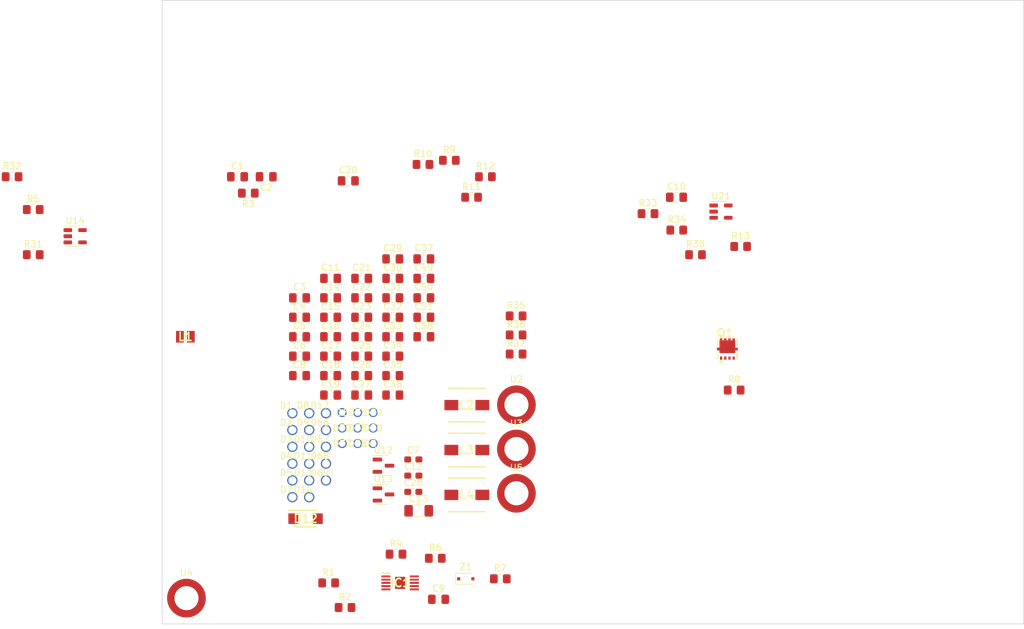
<source format=kicad_pcb>
(kicad_pcb (version 20221018) (generator pcbnew)
  (layers (0 "F.Cu" signal) (31 "B.Cu" signal) (34 "B.Paste" user) (35 "F.Paste" user) (36 "B.SilkS" user "B.Silkscreen") (37 "F.SilkS" user "F.Silkscreen") (38 "B.Mask" user) (39 "F.Mask" user) (44 "Edge.Cuts" user))
  (net 0 "")
  (net 1 "Net-(IC1-FB)")
  (net 2 "Net-(IC1-COMP)")
  (net 3 "Net-(C22-Pad1)")
  (net 4 "Net-(D1-Conn)")
  (net 5 "Net-(IC1-RC)")
  (net 6 "Net-(IC1-SS)")
  (net 7 "Net-(D8-Conn)")
  (net 8 "Net-(C2-Pad1)")
  (net 9 "Net-(D73-Conn)")
  (net 10 "Net-(D9-Conn)")
  (net 11 "Net-(IC1-BP)")
  (net 12 "Net-(D11-Conn)")
  (net 13 "Net-(IC1-ISNS)")
  (net 14 "Net-(D10-Conn)")
  (net 15 "Net-(C21-Pad1)")
  (net 16 "Net-(D4-Conn)")
  (net 17 "Net-(D90-Conn)")
  (net 18 "Net-(D13-Conn)")
  (net 19 "Net-(D66-Conn)")
  (net 20 "Net-(D70-Conn)")
  (net 21 "Net-(D14-Conn)")
  (net 23 "Net-(D3-Conn)")
  (net 25 "Net-(D6-Conn)")
  (net 26 "Net-(D7-Conn)")
  (net 27 "Net-(Z1-K)")
  (net 28 "Net-(Q1-D_1)")
  (net 29 "Net-(D17-Conn)")
  (net 30 "Net-(D67-Conn)")
  (net 31 "Net-(D68-Conn)")
  (net 32 "Net-(D78-Conn)")
  (net 33 "Net-(D88-Conn)")
  (net 34 "Net-(D91-Conn)")
  (net 35 "Net-(IC1-GDRV)")
  (net 36 "Net-(L2-Pad1)")
  (net 37 "Net-(Q1-S_1)")
  (net 38 "Net-(Q1-G)")
  (net 39 "Net-(R33-Pad1)")
  (net 40 "Net-(R13-Pad2)")
  (net 41 "GND")
  (footprint "Resistor_SMD:R_0805_2012Metric_Pad1.20x1.40mm_HandSolder" (layer "F.Cu") (at 153.035 91.44)
    (fp_text reference "R13" (at 0 -1.65) (layer "F.SilkS"))
    (fp_text value "R")
    (pad "1" smd roundrect (at -1 0) (size 1.2 1.4) (layers "F.Cu" "F.Paste" "F.Mask") (roundrect_rratio 0.208333) (net 17 "Net-(D90-Conn)"))
    (pad "2" smd roundrect (at 1 0) (size 1.2 1.4) (layers "F.Cu" "F.Paste" "F.Mask") (roundrect_rratio 0.208333) (net 40 "Net-(R13-Pad2)"))
  )
  (footprint "libraries:WireHole_1p2" (layer "F.Cu") (at 86.2575 127.645)
    (fp_text reference "D13" (at -0.95298 -1.169382 unlocked) (layer "F.SilkS"))
    (fp_text value "WireHole_1p5")
    (pad "1" thru_hole circle (at 0 0) (size 1.6 1.6) (drill 1.2) (layers "*.Cu" "*.Mask") (net 18 "Net-(D13-Conn)"))
  )
  (footprint "Capacitor_SMD:C_0805_2012Metric_Pad1.18x1.45mm_HandSolder" (layer "F.Cu") (at 104.0025 93.37)
    (fp_text reference "C37" (at 0 -1.68) (layer "F.SilkS"))
    (fp_text value "C")
    (pad "1" smd roundrect (at -1.0375 0) (size 1.175 1.45) (layers "F.Cu" "F.Paste" "F.Mask") (roundrect_rratio 0.212766) (net 18 "Net-(D13-Conn)"))
    (pad "2" smd roundrect (at 1.0375 0) (size 1.175 1.45) (layers "F.Cu" "F.Paste" "F.Mask") (roundrect_rratio 0.212766) (net 4 "Net-(D1-Conn)"))
  )
  (footprint "Capacitor_SMD:C_0805_2012Metric_Pad1.18x1.45mm_HandSolder" (layer "F.Cu") (at 94.3825 105.41)
    (fp_text reference "C24" (at 0 -1.68) (layer "F.SilkS"))
    (fp_text value "C")
    (pad "1" smd roundrect (at -1.0375 0) (size 1.175 1.45) (layers "F.Cu" "F.Paste" "F.Mask") (roundrect_rratio 0.212766) (net 3 "Net-(C22-Pad1)"))
    (pad "2" smd roundrect (at 1.0375 0) (size 1.175 1.45) (layers "F.Cu" "F.Paste" "F.Mask") (roundrect_rratio 0.212766) (net 4 "Net-(D1-Conn)"))
  )
  (footprint "Flat_Wires_Pads:Wire_Hole_1mm" (layer "F.Cu") (at 91.3575 119.545)
    (fp_text reference "D70" (at 0 0 unlocked) (layer "F.SilkS"))
    (fp_text value "CS_In")
    (pad "1" thru_hole circle (at 0 0) (size 1.4 1.4) (drill 1) (layers "*.Cu" "*.Mask") (net 20 "Net-(D70-Conn)"))
  )
  (footprint "Capacitor_SMD:C_0805_2012Metric_Pad1.18x1.45mm_HandSolder" (layer "F.Cu") (at 92.3075 81.28)
    (fp_text reference "C20" (at 0 -1.68) (layer "F.SilkS"))
    (fp_text value "C")
    (pad "1" smd roundrect (at -1.0375 0) (size 1.175 1.45) (layers "F.Cu" "F.Paste" "F.Mask") (roundrect_rratio 0.212766) (net 10 "Net-(D9-Conn)"))
    (pad "2" smd roundrect (at 1.0375 0) (size 1.175 1.45) (layers "F.Cu" "F.Paste" "F.Mask") (roundrect_rratio 0.212766) (net 4 "Net-(D1-Conn)"))
  )
  (footprint "Capacitor_SMD:C_0805_2012Metric_Pad1.18x1.45mm_HandSolder" (layer "F.Cu") (at 94.3825 99.39)
    (fp_text reference "C22" (at 0 -1.68) (layer "F.SilkS"))
    (fp_text value "C")
    (pad "1" smd roundrect (at -1.0375 0) (size 1.175 1.45) (layers "F.Cu" "F.Paste" "F.Mask") (roundrect_rratio 0.212766) (net 3 "Net-(C22-Pad1)"))
    (pad "2" smd roundrect (at 1.0375 0) (size 1.175 1.45) (layers "F.Cu" "F.Paste" "F.Mask") (roundrect_rratio 0.212766) (net 4 "Net-(D1-Conn)"))
  )
  (footprint "Capacitor_SMD:C_0805_2012Metric_Pad1.18x1.45mm_HandSolder" (layer "F.Cu") (at 94.3825 114.44)
    (fp_text reference "C27" (at 0 -1.68) (layer "F.SilkS"))
    (fp_text value "C")
    (pad "1" smd roundrect (at -1.0375 0) (size 1.175 1.45) (layers "F.Cu" "F.Paste" "F.Mask") (roundrect_rratio 0.212766) (net 3 "Net-(C22-Pad1)"))
    (pad "2" smd roundrect (at 1.0375 0) (size 1.175 1.45) (layers "F.Cu" "F.Paste" "F.Mask") (roundrect_rratio 0.212766) (net 4 "Net-(D1-Conn)"))
  )
  (footprint "Capacitor_SMD:C_0805_2012Metric_Pad1.18x1.45mm_HandSolder" (layer "F.Cu") (at 99.1925 111.43)
    (fp_text reference "C35" (at 0 -1.68) (layer "F.SilkS"))
    (fp_text value "C")
    (pad "1" smd roundrect (at -1.0375 0) (size 1.175 1.45) (layers "F.Cu" "F.Paste" "F.Mask") (roundrect_rratio 0.212766) (net 18 "Net-(D13-Conn)"))
    (pad "2" smd roundrect (at 1.0375 0) (size 1.175 1.45) (layers "F.Cu" "F.Paste" "F.Mask") (roundrect_rratio 0.212766) (net 4 "Net-(D1-Conn)"))
  )
  (footprint "Flat_Wires_Pads:Wire_Hole_1mm" (layer "F.Cu") (at 91.3575 117.145)
    (fp_text reference "D6" (at 0 0 unlocked) (layer "F.SilkS"))
    (fp_text value "Wire_Pad_01")
    (pad "1" thru_hole circle (at 0 0) (size 1.4 1.4) (drill 1) (layers "*.Cu" "*.Mask") (net 25 "Net-(D6-Conn)"))
  )
  (footprint "Capacitor_SMD:C_0805_2012Metric_Pad1.18x1.45mm_HandSolder" (layer "F.Cu") (at 89.5725 105.41)
    (fp_text reference "C16" (at 0 -1.68) (layer "F.SilkS"))
    (fp_text value "C")
    (pad "1" smd roundrect (at -1.0375 0) (size 1.175 1.45) (layers "F.Cu" "F.Paste" "F.Mask") (roundrect_rratio 0.212766) (net 10 "Net-(D9-Conn)"))
    (pad "2" smd roundrect (at 1.0375 0) (size 1.175 1.45) (layers "F.Cu" "F.Paste" "F.Mask") (roundrect_rratio 0.212766) (net 4 "Net-(D1-Conn)"))
  )
  (footprint "Capacitor_SMD:C_0603_1608Metric_Pad1.08x0.95mm_HandSolder" (layer "F.Cu") (at 102.3725 124.4)
    (fp_text reference "C7" (at 0 -1.43) (layer "F.SilkS"))
    (fp_text value "C")
    (pad "1" smd roundrect (at -0.8625 0) (size 1.075 0.95) (layers "F.Cu" "F.Paste" "F.Mask") (net 10 "Net-(D9-Conn)"))
    (pad "2" smd roundrect (at 0.8625 0) (size 1.075 0.95) (layers "F.Cu" "F.Paste" "F.Mask") (net 4 "Net-(D1-Conn)"))
  )
  (footprint "Capacitor_SMD:C_0805_2012Metric_Pad1.18x1.45mm_HandSolder" (layer "F.Cu") (at 106.2775 146.05)
    (fp_text reference "C9" (at 0 -1.68) (layer "F.SilkS"))
    (fp_text value "C")
    (pad "1" smd roundrect (at -1.0375 0) (size 1.175 1.45) (layers "F.Cu" "F.Paste" "F.Mask") (roundrect_rratio 0.212766) (net 11 "Net-(IC1-BP)"))
    (pad "2" smd roundrect (at 1.0375 0) (size 1.175 1.45) (layers "F.Cu" "F.Paste" "F.Mask") (roundrect_rratio 0.212766) (net 4 "Net-(D1-Conn)"))
  )
  (footprint "Resistor_SMD:R_0805_2012Metric_Pad1.20x1.40mm_HandSolder" (layer "F.Cu") (at 40.275 80.645)
    (fp_text reference "R32" (at 0 -1.65) (layer "F.SilkS"))
    (fp_text value "R")
    (pad "1" smd roundrect (at -1 0) (size 1.2 1.4) (layers "F.Cu" "F.Paste" "F.Mask") (roundrect_rratio 0.208333) (net 4 "Net-(D1-Conn)"))
    (pad "2" smd roundrect (at 1 0) (size 1.2 1.4) (layers "F.Cu" "F.Paste" "F.Mask") (roundrect_rratio 0.208333) (net 32 "Net-(D78-Conn)"))
  )
  (footprint "Capacitor_SMD:C_0805_2012Metric_Pad1.18x1.45mm_HandSolder" (layer "F.Cu") (at 84.7625 105.41)
    (fp_text reference "C5" (at 0 -1.68) (layer "F.SilkS"))
    (fp_text value "C")
    (pad "1" smd roundrect (at -1.0375 0) (size 1.175 1.45) (layers "F.Cu" "F.Paste" "F.Mask") (roundrect_rratio 0.212766) (net 7 "Net-(D8-Conn)"))
    (pad "2" smd roundrect (at 1.0375 0) (size 1.175 1.45) (layers "F.Cu" "F.Paste" "F.Mask") (roundrect_rratio 0.212766) (net 4 "Net-(D1-Conn)"))
  )
  (footprint "Capacitor_SMD:C_0805_2012Metric_Pad1.18x1.45mm_HandSolder" (layer "F.Cu") (at 99.1925 108.42)
    (fp_text reference "C34" (at 0 -1.68) (layer "F.SilkS"))
    (fp_text value "C")
    (pad "1" smd roundrect (at -1.0375 0) (size 1.175 1.45) (layers "F.Cu" "F.Paste" "F.Mask") (roundrect_rratio 0.212766) (net 18 "Net-(D13-Conn)"))
    (pad "2" smd roundrect (at 1.0375 0) (size 1.175 1.45) (layers "F.Cu" "F.Paste" "F.Mask") (roundrect_rratio 0.212766) (net 4 "Net-(D1-Conn)"))
  )
  (footprint "Resistor_SMD:R_0805_2012Metric_Pad1.20x1.40mm_HandSolder" (layer "F.Cu") (at 138.7 86.36)
    (fp_text reference "R33" (at 0 -1.65) (layer "F.SilkS"))
    (fp_text value "R")
    (pad "1" smd roundrect (at -1 0) (size 1.2 1.4) (layers "F.Cu" "F.Paste" "F.Mask") (roundrect_rratio 0.208333) (net 39 "Net-(R33-Pad1)"))
    (pad "2" smd roundrect (at 1 0) (size 1.2 1.4) (layers "F.Cu" "F.Paste" "F.Mask") (roundrect_rratio 0.208333) (net 10 "Net-(D9-Conn)"))
  )
  (footprint "libraries:WireHole_1p2" (layer "F.Cu") (at 86.2575 125.045)
    (fp_text reference "D11" (at -0.95298 -1.169382 unlocked) (layer "F.SilkS"))
    (fp_text value "WireHole_1p5")
    (pad "1" thru_hole circle (at 0 0) (size 1.6 1.6) (drill 1.2) (layers "*.Cu" "*.Mask") (net 12 "Net-(D11-Conn)"))
  )
  (footprint "Capacitor_SMD:C_0805_2012Metric_Pad1.18x1.45mm_HandSolder" (layer "F.Cu") (at 99.1925 114.44)
    (fp_text reference "C36" (at 0 -1.68) (layer "F.SilkS"))
    (fp_text value "C")
    (pad "1" smd roundrect (at -1.0375 0) (size 1.175 1.45) (layers "F.Cu" "F.Paste" "F.Mask") (roundrect_rratio 0.212766) (net 12 "Net-(D11-Conn)"))
    (pad "2" smd roundrect (at 1.0375 0) (size 1.175 1.45) (layers "F.Cu" "F.Paste" "F.Mask") (roundrect_rratio 0.212766) (net 4 "Net-(D1-Conn)"))
  )
  (footprint "Resistor_SMD:R_0805_2012Metric_Pad1.20x1.40mm_HandSolder" (layer "F.Cu") (at 76.835 83.185 180)
    (fp_text reference "R3" (at 0 -1.65) (layer "F.SilkS"))
    (fp_text value "R")
    (pad "1" smd roundrect (at -1 0 180) (size 1.2 1.4) (layers "F.Cu" "F.Paste" "F.Mask") (roundrect_rratio 0.208333) (net 1 "Net-(IC1-FB)"))
    (pad "2" smd roundrect (at 1 0 180) (size 1.2 1.4) (layers "F.Cu" "F.Paste" "F.Mask") (roundrect_rratio 0.208333) (net 8 "Net-(C2-Pad1)"))
  )
  (footprint "Resistor_SMD:R_0805_2012Metric_Pad1.20x1.40mm_HandSolder" (layer "F.Cu") (at 99.695 139.065)
    (fp_text reference "R4" (at 0 -1.65) (layer "F.SilkS"))
    (fp_text value "R")
    (pad "1" smd roundrect (at -1 0) (size 1.2 1.4) (layers "F.Cu" "F.Paste" "F.Mask") (roundrect_rratio 0.208333) (net 5 "Net-(IC1-RC)"))
    (pad "2" smd roundrect (at 1 0) (size 1.2 1.4) (layers "F.Cu" "F.Paste" "F.Mask") (roundrect_rratio 0.208333) (net 7 "Net-(D8-Conn)"))
  )
  (footprint "libraries:WireHole_1p2" (layer "F.Cu") (at 83.6575 117.245)
    (fp_text reference "D1" (at -0.95298 -1.169382 unlocked) (layer "F.SilkS"))
    (fp_text value "WireHole_1p5")
    (pad "1" thru_hole circle (at 0 0) (size 1.6 1.6) (drill 1.2) (layers "*.Cu" "*.Mask") (net 4 "Net-(D1-Conn)"))
  )
  (footprint "Package_TO_SOT_SMD:SOT-23" (layer "F.Cu") (at 97.7525 125.37)
    (fp_text reference "U12" (at 0 -2.4) (layer "F.SilkS"))
    (fp_text value "MCP9700AT-ETT")
    (pad "1" smd roundrect (at -0.9375 -0.95) (size 1.475 0.6) (layers "F.Cu" "F.Paste" "F.Mask") (net 19 "Net-(D66-Conn)"))
    (pad "2" smd roundrect (at -0.9375 0.95) (size 1.475 0.6) (layers "F.Cu" "F.Paste" "F.Mask") (net 31 "Net-(D68-Conn)"))
    (pad "3" smd roundrect (at 0.9375 0) (size 1.475 0.6) (layers "F.Cu" "F.Paste" "F.Mask") (net 4 "Net-(D1-Conn)"))
  )
  (footprint "Resistor_SMD:R_0805_2012Metric_Pad1.20x1.40mm_HandSolder" (layer "F.Cu") (at 91.805 147.32)
    (fp_text reference "R2" (at 0 -1.65) (layer "F.SilkS"))
    (fp_text value "R")
    (pad "1" smd roundrect (at -1 0) (size 1.2 1.4) (layers "F.Cu" "F.Paste" "F.Mask") (roundrect_rratio 0.208333) (net 25 "Net-(D6-Conn)"))
    (pad "2" smd roundrect (at 1 0) (size 1.2 1.4) (layers "F.Cu" "F.Paste" "F.Mask") (roundrect_rratio 0.208333) (net 1 "Net-(IC1-FB)"))
  )
  (footprint "Capacitor_SMD:C_0805_2012Metric_Pad1.18x1.45mm_HandSolder" (layer "F.Cu") (at 94.3825 102.4)
    (fp_text reference "C23" (at 0 -1.68) (layer "F.SilkS"))
    (fp_text value "C")
    (pad "1" smd roundrect (at -1.0375 0) (size 1.175 1.45) (layers "F.Cu" "F.Paste" "F.Mask") (roundrect_rratio 0.212766) (net 15 "Net-(C21-Pad1)"))
    (pad "2" smd roundrect (at 1.0375 0) (size 1.175 1.45) (layers "F.Cu" "F.Paste" "F.Mask") (roundrect_rratio 0.212766) (net 4 "Net-(D1-Conn)"))
  )
  (footprint "Capacitor_SMD:C_0805_2012Metric_Pad1.18x1.45mm_HandSolder" (layer "F.Cu") (at 94.3825 111.43)
    (fp_text reference "C26" (at 0 -1.68) (layer "F.SilkS"))
    (fp_text value "C")
    (pad "1" smd roundrect (at -1.0375 0) (size 1.175 1.45) (layers "F.Cu" "F.Paste" "F.Mask") (roundrect_rratio 0.212766) (net 3 "Net-(C22-Pad1)"))
    (pad "2" smd roundrect (at 1.0375 0) (size 1.175 1.45) (layers "F.Cu" "F.Paste" "F.Mask") (roundrect_rratio 0.212766) (net 4 "Net-(D1-Conn)"))
  )
  (footprint "libraries:WireHole_1p2" (layer "F.Cu") (at 88.8575 119.845)
    (fp_text reference "D66" (at -0.95298 -1.169382 unlocked) (layer "F.SilkS"))
    (fp_text value "+5B")
    (pad "1" thru_hole circle (at 0 0) (size 1.6 1.6) (drill 1.2) (layers "*.Cu" "*.Mask") (net 19 "Net-(D66-Conn)"))
  )
  (footprint "libraries:INDPM5752X300N" (layer "F.Cu") (at 110.6575 122.94)
    (fp_text reference "L3" (at 0 0) (layer "F.SilkS") (effects (font (size 1.27 1.27) (thickness 0.254))))
    (fp_text value "SRP7050AA-220M" hide)
    (pad "1" smd rect (at -2.4 0 90) (size 1.6 2.15) (layers "F.Cu" "F.Paste" "F.Mask") (net 16 "Net-(D4-Conn)"))
    (pad "2" smd rect (at 2.4 0 90) (size 1.6 2.15) (layers "F.Cu" "F.Paste" "F.Mask") (net 15 "Net-(C21-Pad1)"))
  )
  (footprint "Resistor_SMD:R_0805_2012Metric_Pad1.20x1.40mm_HandSolder" (layer "F.Cu") (at 143.145 88.9)
    (fp_text reference "R34" (at 0 -1.65) (layer "F.SilkS"))
    (fp_text value "R")
    (pad "1" smd roundrect (at -1 0) (size 1.2 1.4) (layers "F.Cu" "F.Paste" "F.Mask") (roundrect_rratio 0.208333) (net 4 "Net-(D1-Conn)"))
    (pad "2" smd roundrect (at 1 0) (size 1.2 1.4) (layers "F.Cu" "F.Paste" "F.Mask") (roundrect_rratio 0.208333) (net 39 "Net-(R33-Pad1)"))
  )
  (footprint "Resistor_SMD:R_0805_2012Metric_Pad1.20x1.40mm_HandSolder" (layer "F.Cu") (at 105.775 139.7)
    (fp_text reference "R6" (at 0 -1.65) (layer "F.SilkS"))
    (fp_text value "R")
    (pad "1" smd roundrect (at -1 0) (size 1.2 1.4) (layers "F.Cu" "F.Paste" "F.Mask") (roundrect_rratio 0.208333) (net 35 "Net-(IC1-GDRV)"))
    (pad "2" smd roundrect (at 1 0) (size 1.2 1.4) (layers "F.Cu" "F.Paste" "F.Mask") (roundrect_rratio 0.208333) (net 38 "Net-(Q1-G)"))
  )
  (footprint "Capacitor_SMD:C_0805_2012Metric_Pad1.18x1.45mm_HandSolder" (layer "F.Cu") (at 89.5725 114.44)
    (fp_text reference "C19" (at 0 -1.68) (layer "F.SilkS"))
    (fp_text value "C")
    (pad "1" smd roundrect (at -1.0375 0) (size 1.175 1.45) (layers "F.Cu" "F.Paste" "F.Mask") (roundrect_rratio 0.212766) (net 16 "Net-(D4-Conn)"))
    (pad "2" smd roundrect (at 1.0375 0) (size 1.175 1.45) (layers "F.Cu" "F.Paste" "F.Mask") (roundrect_rratio 0.212766) (net 4 "Net-(D1-Conn)"))
  )
  (footprint "Package_TO_SOT_SMD:SOT-23-5" (layer "F.Cu") (at 50.0325 89.855)
    (fp_text reference "U14" (at 0 -2.4) (layer "F.SilkS"))
    (fp_text value "INA138")
    (pad "1" smd roundrect (at -1.1375 -0.95) (size 1.325 0.6) (layers "F.Cu" "F.Paste" "F.Mask") (net 32 "Net-(D78-Conn)"))
    (pad "2" smd roundrect (at -1.1375 0) (size 1.325 0.6) (layers "F.Cu" "F.Paste" "F.Mask") (net 4 "Net-(D1-Conn)"))
    (pad "3" smd roundrect (at -1.1375 0.95) (size 1.325 0.6) (layers "F.Cu" "F.Paste" "F.Mask") (net 20 "Net-(D70-Conn)"))
    (pad "4" smd roundrect (at 1.1375 0.95) (size 1.325 0.6) (layers "F.Cu" "F.Paste" "F.Mask") (net 10 "Net-(D9-Conn)"))
    (pad "5" smd roundrect (at 1.1375 -0.95) (size 1.325 0.6) (layers "F.Cu" "F.Paste" "F.Mask") (net 20 "Net-(D70-Conn)"))
  )
  (footprint "libraries:WireHole_1p2" (layer "F.Cu") (at 83.6575 127.645)
    (fp_text reference "D5" (at -0.95298 -1.169382 unlocked) (layer "F.SilkS"))
    (fp_text value "WireHole_1p5")
    (pad "1" thru_hole circle (at 0 0) (size 1.6 1.6) (drill 1.2) (layers "*.Cu" "*.Mask"))
  )
  (footprint "Capacitor_SMD:C_0805_2012Metric_Pad1.18x1.45mm_HandSolder" (layer "F.Cu") (at 99.1925 105.41)
    (fp_text reference "C33" (at 0 -1.68) (layer "F.SilkS"))
    (fp_text value "C")
    (pad "1" smd roundrect (at -1.0375 0) (size 1.175 1.45) (layers "F.Cu" "F.Paste" "F.Mask") (roundrect_rratio 0.212766) (net 18 "Net-(D13-Conn)"))
    (pad "2" smd roundrect (at 1.0375 0) (size 1.175 1.45) (layers "F.Cu" "F.Paste" "F.Mask") (roundrect_rratio 0.212766) (net 4 "Net-(D1-Conn)"))
  )
  (footprint "libraries:WireHole_1p2" (layer "F.Cu") (at 86.2575 122.445)
    (fp_text reference "D10" (at -0.95298 -1.169382 unlocked) (layer "F.SilkS"))
    (fp_text value "WireHole_1p5")
    (pad "1" thru_hole circle (at 0 0) (size 1.6 1.6) (drill 1.2) (layers "*.Cu" "*.Mask") (net 14 "Net-(D10-Conn)"))
  )
  (footprint "Capacitor_SMD:C_0805_2012Metric_Pad1.18x1.45mm_HandSolder" (layer "F.Cu") (at 143.1075 83.82)
    (fp_text reference "C10" (at 0 -1.68) (layer "F.SilkS"))
    (fp_text value "C")
    (pad "1" smd roundrect (at -1.0375 0) (size 1.175 1.45) (layers "F.Cu" "F.Paste" "F.Mask") (roundrect_rratio 0.212766) (net 12 "Net-(D11-Conn)"))
    (pad "2" smd roundrect (at 1.0375 0) (size 1.175 1.45) (layers "F.Cu" "F.Paste" "F.Mask") (roundrect_rratio 0.212766) (net 4 "Net-(D1-Conn)"))
  )
  (footprint "libraries:WireHole_1p2" (layer "F.Cu") (at 83.6575 130.245)
    (fp_text reference "D7" (at -0.95298 -1.169382 unlocked) (layer "F.SilkS"))
    (fp_text value "WireHole_1p5")
    (pad "1" thru_hole circle (at 0 0) (size 1.6 1.6) (drill 1.2) (layers "*.Cu" "*.Mask") (net 26 "Net-(D7-Conn)"))
  )
  (footprint "Capacitor_SMD:C_0603_1608Metric_Pad1.08x0.95mm_HandSolder" (layer "F.Cu") (at 102.3725 129.42)
    (fp_text reference "C28" (at 0 -1.43) (layer "F.SilkS"))
    (fp_text value "C")
    (pad "1" smd roundrect (at -0.8625 0) (size 1.075 0.95) (layers "F.Cu" "F.Paste" "F.Mask") (net 3 "Net-(C22-Pad1)"))
    (pad "2" smd roundrect (at 0.8625 0) (size 1.075 0.95) (layers "F.Cu" "F.Paste" "F.Mask") (net 4 "Net-(D1-Conn)"))
  )
  (footprint "Capacitor_SMD:C_0805_2012Metric_Pad1.18x1.45mm_HandSolder" (layer "F.Cu") (at 84.7625 102.4)
    (fp_text reference "C4" (at 0 -1.68) (layer "F.SilkS"))
    (fp_text value "C")
    (pad "1" smd roundrect (at -1.0375 0) (size 1.175 1.45) (layers "F.Cu" "F.Paste" "F.Mask") (roundrect_rratio 0.212766) (net 4 "Net-(D1-Conn)"))
    (pad "2" smd roundrect (at 1.0375 0) (size 1.175 1.45) (layers "F.Cu" "F.Paste" "F.Mask") (roundrect_rratio 0.212766) (net 6 "Net-(IC1-SS)"))
  )
  (footprint "libraries:INDC2016X80N" (layer "F.Cu") (at 67.095 105.41)
    (fp_text reference "L1" (at 0 0) (layer "F.SilkS") (effects (font (size 1.27 1.27) (thickness 0.254))))
    (fp_text value "TFM201610ALC-R47MTAA" hide)
    (pad "1" smd rect (at -0.85 0) (size 1.2 1.8) (layers "F.Cu" "F.Paste" "F.Mask") (net 12 "Net-(D11-Conn)"))
    (pad "2" smd rect (at 0.85 0) (size 1.2 1.8) (layers "F.Cu" "F.Paste" "F.Mask") (net 18 "Net-(D13-Conn)"))
  )
  (footprint "Capacitor_SMD:C_0805_2012Metric_Pad1.18x1.45mm_HandSolder" (layer "F.Cu") (at 99.1925 96.38)
    (fp_text reference "C30" (at 0 -1.68) (layer "F.SilkS"))
    (fp_text value "C")
    (pad "1" smd roundrect (at -1.0375 0) (size 1.175 1.45) (layers "F.Cu" "F.Paste" "F.Mask") (roundrect_rratio 0.212766) (net 14 "Net-(D10-Conn)"))
    (pad "2" smd roundrect (at 1.0375 0) (size 1.175 1.45) (layers "F.Cu" "F.Paste" "F.Mask") (roundrect_rratio 0.212766) (net 4 "Net-(D1-Conn)"))
  )
  (footprint "Capacitor_SMD:C_0805_2012Metric_Pad1.18x1.45mm_HandSolder" (layer "F.Cu") (at 89.5725 96.38)
    (fp_text reference "C11" (at 0 -1.68) (layer "F.SilkS"))
    (fp_text value "C")
    (pad "1" smd roundrect (at -1.0375 0) (size 1.175 1.45) (layers "F.Cu" "F.Paste" "F.Mask") (roundrect_rratio 0.212766) (net 13 "Net-(IC1-ISNS)"))
    (pad "2" smd roundrect (at 1.0375 0) (size 1.175 1.45) (layers "F.Cu" "F.Paste" "F.Mask") (roundrect_rratio 0.212766) (net 4 "Net-(D1-Conn)"))
  )
  (footprint "libraries:INDPM5752X300N" (layer "F.Cu") (at 110.6575 129.89)
    (fp_text reference "L4" (at 0 0) (layer "F.SilkS") (effects (font (size 1.27 1.27) (thickness 0.254))))
    (fp_text value "SRP7050AA-220M" hide)
    (pad "1" smd rect (at -2.4 0 90) (size 1.6 2.15) (layers "F.Cu" "F.Paste" "F.Mask") (net 10 "Net-(D9-Conn)"))
    (pad "2" smd rect (at 2.4 0 90) (size 1.6 2.15) (layers "F.Cu" "F.Paste" "F.Mask") (net 3 "Net-(C22-Pad1)"))
  )
  (footprint "libraries:WireHole_1p2" (layer "F.Cu") (at 88.8575 125.045)
    (fp_text reference "D68" (at -0.95298 -1.169382 unlocked) (layer "F.SilkS"))
    (fp_text value "t_Q")
    (pad "1" thru_hole circle (at 0 0) (size 1.6 1.6) (drill 1.2) (layers "*.Cu" "*.Mask") (net 31 "Net-(D68-Conn)"))
  )
  (footprint "libraries:DFN_3X3_EP" (layer "F.Cu") (at 150.985 107.315)
    (fp_text reference "Q1" (at -0.366 -2.426) (layer "F.SilkS") (effects (font (size 1.27 1.27) (thickness 0.254))))
    (fp_text value "AON7407" hide)
    (pad "1" smd rect (at -0.975 1.4) (size 0.35 0.5) (layers "F.Cu" "F.Paste" "F.Mask") (net 37 "Net-(Q1-S_1)"))
    (pad "2" smd rect (at -0.325 1.4) (size 0.35 0.5) (layers "F.Cu" "F.Paste" "F.Mask") (net 37 "Net-(Q1-S_1)"))
    (pad "3" smd rect (at 0.325 1.4) (size 0.35 0.5) (layers "F.Cu" "F.Paste" "F.Mask") (net 37 "Net-(Q1-S_1)"))
    (pad "4" smd rect (at 0.975 1.4) (size 0.35 0.5) (layers "F.Cu" "F.Paste" "F.Mask") (net 38 "Net-(Q1-G)"))
    (pad "5" smd rect (at 0.975 -1.5 90) (size 0.3 0.4) (layers "F.Cu" "F.Paste" "F.Mask") (net 28 "Net-(Q1-D_1)"))
    (pad "6" smd rect (at 0.325 -1.5 90) (size 0.3 0.4) (layers "F.Cu" "F.Paste" "F.Mask") (net 28 "Net-(Q1-D_1)"))
    (pad "7" smd rect (at -0.325 -1.5 90) (size 0.3 0.4) (layers "F.Cu" "F.Paste" "F.Mask") (net 28 "Net-(Q1-D_1)"))
    (pad "8" smd rect (at -0.975 -1.5 90) (size 0.3 0.4) (layers "F.Cu" "F.Paste" "F.Mask") (net 28 "Net-(Q1-D_1)"))
    (pad "9" smd rect (at -1.415 0) (size 0.38 0.43) (layers "F.Cu" "F.Paste" "F.Mask"))
    (pad "10" smd rect (at 0 -0.36 90) (size 1.98 2.45) (layers "F.Cu" "F.Paste" "F.Mask"))
    (pad "11" smd rect (at 1.415 0) (size 0.38 0.43) (layers "F.Cu" "F.Paste" "F.Mask"))
  )
  (footprint "Resistor_SMD:R_0805_2012Metric_Pad1.20x1.40mm_HandSolder" (layer "F.Cu") (at 107.95 78.105)
    (fp_text reference "R9" (at 0 -1.65) (layer "F.SilkS"))
    (fp_text value "R")
    (pad "1" smd roundrect (at -1 0) (size 1.2 1.4) (layers "F.Cu" "F.Paste" "F.Mask") (roundrect_rratio 0.208333) (net 15 "Net-(C21-Pad1)"))
    (pad "2" smd roundrect (at 1 0) (size 1.2 1.4) (layers "F.Cu" "F.Paste" "F.Mask") (roundrect_rratio 0.208333) (net 26 "Net-(D7-Conn)"))
  )
  (footprint "Resistor_SMD:R_0805_2012Metric_Pad1.20x1.40mm_HandSolder" (layer "F.Cu") (at 89.265 143.51)
    (fp_text reference "R1" (at 0 -1.65) (layer "F.SilkS"))
    (fp_text value "R")
    (pad "1" smd roundrect (at -1 0) (size 1.2 1.4) (layers "F.Cu" "F.Paste" "F.Mask") (roundrect_rratio 0.208333) (net 4 "Net-(D1-Conn)"))
    (pad "2" smd roundrect (at 1 0) (size 1.2 1.4) (layers "F.Cu" "F.Paste" "F.Mask") (roundrect_rratio 0.208333) (net 25 "Net-(D6-Conn)"))
  )
  (footprint "Capacitor_SMD:C_0603_1608Metric_Pad1.08x0.95mm_HandSolder" (layer "F.Cu") (at 102.3725 126.91)
    (fp_text reference "C12" (at 0 -1.43) (layer "F.SilkS"))
    (fp_text value "C")
    (pad "1" smd roundrect (at -0.8625 0) (size 1.075 0.95) (layers "F.Cu" "F.Paste" "F.Mask") (net 7 "Net-(D8-Conn)"))
    (pad "2" smd roundrect (at 0.8625 0) (size 1.075 0.95) (layers "F.Cu" "F.Paste" "F.Mask") (net 4 "Net-(D1-Conn)"))
  )
  (footprint "Capacitor_SMD:C_0805_2012Metric_Pad1.18x1.45mm_HandSolder" (layer "F.Cu") (at 89.5725 111.43)
    (fp_text reference "C18" (at 0 -1.68) (layer "F.SilkS"))
    (fp_text value "C")
    (pad "1" smd roundrect (at -1.0375 0) (size 1.175 1.45) (layers "F.Cu" "F.Paste" "F.Mask") (roundrect_rratio 0.212766) (net 10 "Net-(D9-Conn)"))
    (pad "2" smd roundrect (at 1.0375 0) (size 1.175 1.45) (layers "F.Cu" "F.Paste" "F.Mask") (roundrect_rratio 0.212766) (net 4 "Net-(D1-Conn)"))
  )
  (footprint "Resistor_SMD:R_0805_2012Metric_Pad1.20x1.40mm_HandSolder" (layer "F.Cu") (at 43.545 92.71)
    (fp_text reference "R31" (at 0 -1.65) (layer "F.SilkS"))
    (fp_text value "R")
    (pad "1" smd roundrect (at -1 0) (size 1.2 1.4) (layers "F.Cu" "F.Paste" "F.Mask") (roundrect_rratio 0.208333) (net 20 "Net-(D70-Conn)"))
    (pad "2" smd roundrect (at 1 0) (size 1.2 1.4) (layers "F.Cu" "F.Paste" "F.Mask") (roundrect_rratio 0.208333) (net 10 "Net-(D9-Conn)"))
  )
  (footprint "Resistor_SMD:R_0805_2012Metric_Pad1.20x1.40mm_HandSolder" (layer "F.Cu") (at 146.05 92.71)
    (fp_text reference "R38" (at 0 -1.65) (layer "F.SilkS"))
    (fp_text value "R")
    (pad "1" smd roundrect (at -1 0) (size 1.2 1.4) (layers "F.Cu" "F.Paste" "F.Mask") (roundrect_rratio 0.208333) (net 4 "Net-(D1-Conn)"))
    (pad "2" smd roundrect (at 1 0) (size 1.2 1.4) (layers "F.Cu" "F.Paste" "F.Mask") (roundrect_rratio 0.208333) (net 40 "Net-(R13-Pad2)"))
  )
  (footprint "Capacitor_SMD:C_0805_2012Metric_Pad1.18x1.45mm_HandSolder" (layer "F.Cu") (at 104.0025 99.39)
    (fp_text reference "C50" (at 0 -1.68) (layer "F.SilkS"))
    (fp_text value "C")
    (pad "1" smd roundrect (at -1.0375 0) (size 1.175 1.45) (layers "F.Cu" "F.Paste" "F.Mask") (roundrect_rratio 0.212766) (net 19 "Net-(D66-Conn)"))
    (pad "2" smd roundrect (at 1.0375 0) (size 1.175 1.45) (layers "F.Cu" "F.Paste" "F.Mask") (roundrect_rratio 0.212766) (net 4 "Net-(D1-Conn)"))
  )
  (footprint "Capacitor_SMD:C_0805_2012Metric_Pad1.18x1.45mm_HandSolder" (layer "F.Cu") (at 104.0025 102.4)
    (fp_text reference "C51" (at 0 -1.68) (layer "F.SilkS"))
    (fp_text value "C")
    (pad "1" smd roundrect (at -1.0375 0) (size 1.175 1.45) (layers "F.Cu" "F.Paste" "F.Mask") (roundrect_rratio 0.212766) (net 20 "Net-(D70-Conn)"))
    (pad "2" smd roundrect (at 1.0375 0) (size 1.175 1.45) (layers "F.Cu" "F.Paste" "F.Mask") (roundrect_rratio 0.212766) (net 4 "Net-(D1-Conn)"))
  )
  (footprint "libraries:WireHole_1p2" (layer "F.Cu") (at 86.2575 130.245)
    (fp_text reference "D14" (at -0.95298 -1.169382 unlocked) (layer "F.SilkS"))
    (fp_text value "WireHole_1p5")
    (pad "1" thru_hole circle (at 0 0) (size 1.6 1.6) (drill 1.2) (layers "*.Cu" "*.Mask") (net 21 "Net-(D14-Conn)"))
  )
  (footprint "libraries:WireHole_1p2" (layer "F.Cu") (at 88.8575 127.645)
    (fp_text reference "D69" (at -0.95298 -1.169382 unlocked) (layer "F.SilkS"))
    (fp_text value "Gnd")
    (pad "1" thru_hole circle (at 0 0) (size 1.6 1.6) (drill 1.2) (layers "*.Cu" "*.Mask") (net 4 "Net-(D1-Conn)"))
  )
  (footprint "Mounting_Wuerth:Mounting_Wuerth_WA-SMST-2.7mm_H1mm_9774010951" (layer "F.Cu") (at 67.2592 145.8722)
    (fp_text reference "U4" (at 0 -3.95) (layer "F.SilkS"))
    (fp_text value "Mounting_Hole_M2")
    (pad "" np_thru_hole circle (at 0 0) (size 3.7 3.7) (drill 3.7) (layers "*.Cu" "*.Mask"))
    (pad "1" smd circle (at -2.425 0) (size 0.75 0.75) (layers "F.Cu") (net 41 "GND"))
    (pad "1" smd circle (at 0 -2.425) (size 0.75 0.75) (layers "F.Cu") (net 41 "GND"))
    (pad "1" smd circle (at 0 2.425) (size 0.75 0.75) (layers "F.Cu") (net 41 "GND"))
    (pad "1" smd custom (at 2.425 0) (size 0.75 0.75) (layers "F.Cu" "F.Mask") (net 41 "GND") (options (clearance outline) (anchor circle)) (primitives (gr_circle (center -2.425 0) (end 0 0) (width 1.15) (fill none))))
  )
  (footprint "Flat_Wires_Pads:Wire_Hole_1mm" (layer "F.Cu") (at 91.3575 121.945)
    (fp_text reference "D72" (at 0 0 unlocked) (layer "F.SilkS"))
    (fp_text value "Gnd")
    (pad "1" thru_hole circle (at 0 0) (size 1.4 1.4) (drill 1) (layers "*.Cu" "*.Mask") (net 4 "Net-(D1-Conn)"))
  )
  (footprint "Capacitor_SMD:C_0805_2012Metric_Pad1.18x1.45mm_HandSolder" (layer "F.Cu") (at 99.1925 93.37)
    (fp_text reference "C29" (at 0 -1.68) (layer "F.SilkS"))
    (fp_text value "C")
    (pad "1" smd roundrect (at -1.0375 0) (size 1.175 1.45) (layers "F.Cu" "F.Paste" "F.Mask") (roundrect_rratio 0.212766) (net 17 "Net-(D90-Conn)"))
    (pad "2" smd roundrect (at 1.0375 0) (size 1.175 1.45) (layers "F.Cu" "F.Paste" "F.Mask") (roundrect_rratio 0.212766) (net 4 "Net-(D1-Conn)"))
  )
  (footprint "Flat_Wires_Pads:Wire_Hole_1mm" (layer "F.Cu") (at 96.1575 117.145)
    (fp_text reference "D89" (at 0 0 unlocked) (layer "F.SilkS"))
    (fp_text value "Gnd")
    (pad "1" thru_hole circle (at 0 0) (size 1.4 1.4) (drill 1) (layers "*.Cu" "*.Mask") (net 4 "Net-(D1-Conn)"))
  )
  (footprint "Capacitor_SMD:C_0805_2012Metric_Pad1.18x1.45mm_HandSolder" (layer "F.Cu") (at 79.6075 80.645 180)
    (fp_text reference "C2" (at 0 -1.68) (layer "F.SilkS"))
    (fp_text value "C")
    (pad "1" smd roundrect (at -1.0375 0 180) (size 1.175 1.45) (layers "F.Cu" "F.Paste" "F.Mask") (roundrect_rratio 0.212766) (net 8 "Net-(C2-Pad1)"))
    (pad "2" smd roundrect (at 1.0375 0 180) (size 1.175 1.45) (layers "F.Cu" "F.Paste" "F.Mask") (roundrect_rratio 0.212766) (net 2 "Net-(IC1-COMP)"))
  )
  (footprint "Flat_Wires_Pads:Wire_Hole_1mm" (layer "F.Cu") (at 93.7575 121.945)
    (fp_text reference "D88" (at 0 0 unlocked) (layer "F.SilkS"))
    (fp_text value "CS_Out")
    (pad "1" thru_hole circle (at 0 0) (size 1.4 1.4) (drill 1) (layers "*.Cu" "*.Mask") (net 33 "Net-(D88-Conn)"))
  )
  (footprint "Mounting_Wuerth:Mounting_Wuerth_WA-SMST-2.7mm_H1mm_9774010951" (layer "F.Cu") (at 118.3325 122.79)
    (fp_text reference "U3" (at 0 -3.95) (layer "F.SilkS"))
    (fp_text value "Mounting_Hole_M2")
    (pad "" np_thru_hole circle (at 0 0) (size 3.7 3.7) (drill 3.7) (layers "*.Cu" "*.Mask"))
    (pad "1" smd circle (at -2.425 0) (size 0.75 0.75) (layers "F.Cu") (net 41 "GND"))
    (pad "1" smd circle (at 0 -2.425) (size 0.75 0.75) (layers "F.Cu") (net 41 "GND"))
    (pad "1" smd circle (at 0 2.425) (size 0.75 0.75) (layers "F.Cu") (net 41 "GND"))
    (pad "1" smd custom (at 2.425 0) (size 0.75 0.75) (layers "F.Cu" "F.Mask") (net 41 "GND") (options (clearance outline) (anchor circle)) (primitives (gr_circle (center -2.425 0) (end 0 0) (width 1.15) (fill none))))
  )
  (footprint "Capacitor_SMD:C_0805_2012Metric_Pad1.18x1.45mm_HandSolder" (layer "F.Cu") (at 84.7625 108.42)
    (fp_text reference "C6" (at 0 -1.68) (layer "F.SilkS"))
    (fp_text value "C")
    (pad "1" smd roundrect (at -1.0375 0) (size 1.175 1.45) (layers "F.Cu" "F.Paste" "F.Mask") (roundrect_rratio 0.212766) (net 9 "Net-(D73-Conn)"))
    (pad "2" smd roundrect (at 1.0375 0) (size 1.175 1.45) (layers "F.Cu" "F.Paste" "F.Mask") (roundrect_rratio 0.212766) (net 4 "Net-(D1-Conn)"))
  )
  (footprint "Capacitor_SMD:C_0805_2012Metric_Pad1.18x1.45mm_HandSolder" (layer "F.Cu") (at 94.3825 108.42)
    (fp_text reference "C25" (at 0 -1.68) (layer "F.SilkS"))
    (fp_text value "C")
    (pad "1" smd roundrect (at -1.0375 0) (size 1.175 1.45) (layers "F.Cu" "F.Paste" "F.Mask") (roundrect_rratio 0.212766) (net 3 "Net-(C22-Pad1)"))
    (pad "2" smd roundrect (at 1.0375 0) (size 1.175 1.45) (layers "F.Cu" "F.Paste" "F.Mask") (roundrect_rratio 0.212766) (net 4 "Net-(D1-Conn)"))
  )
  (footprint "Resistor_SMD:R_0805_2012Metric_Pad1.20x1.40mm_HandSolder" (layer "F.Cu") (at 113.5325 80.645)
    (fp_text reference "R12" (at 0 -1.65) (layer "F.SilkS"))
    (fp_text value "R")
    (pad "1" smd roundrect (at -1 0) (size 1.2 1.4) (layers "F.Cu" "F.Paste" "F.Mask") (roundrect_rratio 0.208333) (net 14 "Net-(D10-Conn)"))
    (pad "2" smd roundrect (at 1 0) (size 1.2 1.4) (layers "F.Cu" "F.Paste" "F.Mask") (roundrect_rratio 0.208333) (net 27 "Net-(Z1-K)"))
  )
  (footprint "Resistor_SMD:R_0805_2012Metric_Pad1.20x1.40mm_HandSolder" (layer "F.Cu") (at 118.2825 105.14)
    (fp_text reference "R36" (at 0 -1.65) (layer "F.SilkS"))
    (fp_text value "R")
    (pad "1" smd roundrect (at -1 0) (size 1.2 1.4) (layers "F.Cu" "F.Paste" "F.Mask") (roundrect_rratio 0.208333) (net 4 "Net-(D1-Conn)"))
    (pad "2" smd roundrect (at 1 0) (size 1.2 1.4) (layers "F.Cu" "F.Paste" "F.Mask") (roundrect_rratio 0.208333) (net 34 "Net-(D91-Conn)"))
  )
  (footprint "Capacitor_SMD:C_0805_2012Metric_Pad1.18x1.45mm_HandSolder" (layer "F.Cu") (at 94.3825 96.38)
    (fp_text reference "C21" (at 0 -1.68) (layer "F.SilkS"))
    (fp_text value "C")
    (pad "1" smd roundrect (at -1.0375 0) (size 1.175 1.45) (layers "F.Cu" "F.Paste" "F.Mask") (roundrect_rratio 0.212766) (net 15 "Net-(C21-Pad1)"))
    (pad "2" smd roundrect (at 1.0375 0) (size 1.175 1.45) (layers "F.Cu" "F.Paste" "F.Mask") (roundrect_rratio 0.212766) (net 4 "Net-(D1-Conn)"))
  )
  (footprint "Diode_SMD:D_SOD-323F" (layer "F.Cu") (at 110.49 142.875)
    (fp_text reference "Z1" (at 0 -1.85) (layer "F.SilkS"))
    (fp_text value "BZT52-C5V1J")
    (pad "1" smd roundrect (at -1.1 0) (size 0.5 0.5) (layers "F.Cu" "F.Paste" "F.Mask") (net 27 "Net-(Z1-K)"))
    (pad "2" smd roundrect (at 1.1 0) (size 0.5 0.5) (layers "F.Cu" "F.Paste" "F.Mask") (net 13 "Net-(IC1-ISNS)"))
  )
  (footprint "Capacitor_SMD:C_0805_2012Metric_Pad1.18x1.45mm_HandSolder" (layer "F.Cu") (at 104.0025 96.38)
    (fp_text reference "C49" (at 0 -1.68) (layer "F.SilkS"))
    (fp_text value "C")
    (pad "1" smd roundrect (at -1.0375 0) (size 1.175 1.45) (layers "F.Cu" "F.Paste" "F.Mask") (roundrect_rratio 0.212766) (net 19 "Net-(D66-Conn)"))
    (pad "2" smd roundrect (at 1.0375 0) (size 1.175 1.45) (layers "F.Cu" "F.Paste" "F.Mask") (roundrect_rratio 0.212766) (net 4 "Net-(D1-Conn)"))
  )
  (footprint "Capacitor_SMD:C_1206_3216Metric_Pad1.33x1.80mm_HandSolder" (layer "F.Cu") (at 103.2025 132.35)
    (fp_text reference "C13" (at 0 -1.85) (layer "F.SilkS"))
    (fp_text value "C")
    (pad "1" smd roundrect (at -1.5625 0) (size 1.325 1.8) (layers "F.Cu" "F.Paste" "F.Mask") (roundrect_rratio 0.188679) (net 14 "Net-(D10-Conn)"))
    (pad "2" smd roundrect (at 1.5625 0) (size 1.325 1.8) (layers "F.Cu" "F.Paste" "F.Mask") (roundrect_rratio 0.188679) (net 4 "Net-(D1-Conn)"))
  )
  (footprint "libraries:SODFL4626X120N" (layer "F.Cu") (at 85.6975 133.57)
    (fp_text reference "D12" (at 0 0) (layer "F.SilkS") (effects (font (size 1.27 1.27) (thickness 0.254))))
    (fp_text value "SS36" hide)
    (pad "1" smd rect (at -1.9 0) (size 1.53 1.63) (layers "F.Cu" "F.Paste" "F.Mask") (net 27 "Net-(Z1-K)"))
    (pad "2" smd rect (at 1.9 0) (size 1.53 1.63) (layers "F.Cu" "F.Paste" "F.Mask") (net 28 "Net-(Q1-D_1)"))
  )
  (footprint "Mounting_Wuerth:Mounting_Wuerth_WA-SMST-2.7mm_H1mm_9774010951" (layer "F.Cu") (at 118.3325 129.64)
    (fp_text reference "U5" (at 0 -3.95) (layer "F.SilkS"))
    (fp_text value "Mounting_Hole_M2")
    (pad "" np_thru_hole circle (at 0 0) (size 3.7 3.7) (drill 3.7) (layers "*.Cu" "*.Mask"))
    (pad "1" smd circle (at -2.425 0) (size 0.75 0.75) (layers "F.Cu") (net 41 "GND"))
    (pad "1" smd circle (at 0 -2.425) (size 0.75 0.75) (layers "F.Cu") (net 41 "GND"))
    (pad "1" smd circle (at 0 2.425) (size 0.75 0.75) (layers "F.Cu") (net 41 "GND"))
    (pad "1" smd custom (at 2.425 0) (size 0.75 0.75) (layers "F.Cu" "F.Mask") (net 41 "GND") (options (clearance outline) (anchor circle)) (primitives (gr_circle (center -2.425 0) (end 0 0) (width 1.15) (fill none))))
  )
  (footprint "Capacitor_SMD:C_0805_2012Metric_Pad1.18x1.45mm_HandSolder" (layer "F.Cu") (at 89.5725 99.39)
    (fp_text reference "C14" (at 0 -1.68) (layer "F.SilkS"))
    (fp_text value "C")
    (pad "1" smd roundrect (at -1.0375 0) (size 1.175 1.45) (layers "F.Cu" "F.Paste" "F.Mask") (roundrect_rratio 0.212766) (net 10 "Net-(D9-Conn)"))
    (pad "2" smd roundrect (at 1.0375 0) (size 1.175 1.45) (layers "F.Cu" "F.Paste" "F.Mask") (roundrect_rratio 0.212766) (net 4 "Net-(D1-Conn)"))
  )
  (footprint "Mounting_Wuerth:Mounting_Wuerth_WA-SMST-2.7mm_H1mm_9774010951" (layer "F.Cu") (at 118.3325 115.94)
    (fp_text reference "U2" (at 0 -3.95) (layer "F.SilkS"))
    (fp_text value "Mounting_Hole_M2")
    (pad "" np_thru_hole circle (at 0 0) (size 3.7 3.7) (drill 3.7) (layers "*.Cu" "*.Mask"))
    (pad "1" smd circle (at -2.425 0) (size 0.75 0.75) (layers "F.Cu") (net 41 "GND"))
    (pad "1" smd circle (at 0 -2.425) (size 0.75 0.75) (layers "F.Cu") (net 41 "GND"))
    (pad "1" smd circle (at 0 2.425) (size 0.75 0.75) (layers "F.Cu") (net 41 "GND"))
    (pad "1" smd custom (at 2.425 0) (size 0.75 0.75) (layers "F.Cu" "F.Mask") (net 41 "GND") (options (clearance outline) (anchor circle)) (primitives (gr_circle (center -2.425 0) (end 0 0) (width 1.15) (fill none))))
  )
  (footprint "Flat_Wires_Pads:Wire_Hole_1mm" (layer "F.Cu") (at 93.7575 117.145)
    (fp_text reference "D73" (at 0 0 unlocked) (layer "F.SilkS"))
    (fp_text value "U")
    (pad "1" thru_hole circle (at 0 0) (size 1.4 1.4) (drill 1) (layers "*.Cu" "*.Mask") (net 9 "Net-(D73-Conn)"))
  )
  (footprint "Flat_Wires_Pads:Wire_Hole_1mm" (layer "F.Cu") (at 96.1575 119.545)
    (fp_text reference "D90" (at 0 0 unlocked) (layer "F.SilkS"))
    (fp_text value "U")
    (pad "1" thru_hole circle (at 0 0) (size 1.4 1.4) (drill 1) (layers "*.Cu" "*.Mask") (net 17 "Net-(D90-Conn)"))
  )
  (footprint "Resistor_SMD:R_0805_2012Metric_Pad1.20x1.40mm_HandSolder" (layer "F.Cu") (at 152.035 113.665)
    (fp_text reference "R8" (at 0 -1.65) (layer "F.SilkS"))
    (fp_text value "R")
    (pad "1" smd roundrect (at -1 0) (size 1.2 1.4) (layers "F.Cu" "F.Paste" "F.Mask") (roundrect_rratio 0.208333) (net 37 "Net-(Q1-S_1)"))
    (pad "2" smd roundrect (at 1 0) (size 1.2 1.4) (layers "F.Cu" "F.Paste" "F.Mask") (roundrect_rratio 0.208333) (net 4 "Net-(D1-Conn)"))
  )
  (footprint "Resistor_SMD:R_0805_2012Metric_Pad1.20x1.40mm_HandSolder" (layer "F.Cu") (at 43.545 85.725)
    (fp_text reference "R5" (at 0 -1.65) (layer "F.SilkS"))
    (fp_text value "R")
    (pad "1" smd roundrect (at -1 0) (size 1.2 1.4) (layers "F.Cu" "F.Paste" "F.Mask") (roundrect_rratio 0.208333) (net 9 "Net-(D73-Conn)"))
    (pad "2" smd roundrect (at 1 0) (size 1.2 1.4) (layers "F.Cu" "F.Paste" "F.Mask") (roundrect_rratio 0.208333) (net 39 "Net-(R33-Pad1)"))
  )
  (footprint "libraries:WireHole_1p2" (layer "F.Cu") (at 86.2575 119.845)
    (fp_text reference "D9" (at -0.95298 -1.169382 unlocked) (layer "F.SilkS"))
    (fp_text value "WireHole_1p5")
    (pad "1" thru_hole circle (at 0 0) (size 1.6 1.6) (drill 1.2) (layers "*.Cu" "*.Mask") (net 10 "Net-(D9-Conn)"))
  )
  (footprint "Capacitor_SMD:C_0805_2012Metric_Pad1.18x1.45mm_HandSolder" (layer "F.Cu") (at 89.5725 102.4)
    (fp_text reference "C15" (at 0 -1.68) (layer "F.SilkS"))
    (fp_text value "C")
    (pad "1" smd roundrect (at -1.0375 0) (size 1.175 1.45) (layers "F.Cu" "F.Paste" "F.Mask") (roundrect_rratio 0.212766) (net 10 "Net-(D9-Conn)"))
    (pad "2" smd roundrect (at 1.0375 0) (size 1.175 1.45) (layers "F.Cu" "F.Paste" "F.Mask") (roundrect_rratio 0.212766) (net 4 "Net-(D1-Conn)"))
  )
  (footprint "Capacitor_SMD:C_0805_2012Metric_Pad1.18x1.45mm_HandSolder" (layer "F.Cu") (at 89.5725 108.42)
    (fp_text reference "C17" (at 0 -1.68) (layer "F.SilkS"))
    (fp_text value "C")
    (pad "1" smd roundrect (at -1.0375 0) (size 1.175 1.45) (layers "F.Cu" "F.Paste" "F.Mask") (roundrect_rratio 0.212766) (net 16 "Net-(D4-Conn)"))
    (pad "2" smd roundrect (at 1.0375 0) (size 1.175 1.45) (layers "F.Cu" "F.Paste" "F.Mask") (roundrect_rratio 0.212766) (net 4 "Net-(D1-Conn)"))
  )
  (footprint "Resistor_SMD:R_0805_2012Metric_Pad1.20x1.40mm_HandSolder" (layer "F.Cu") (at 111.395 83.82)
    (fp_text reference "R11" (at 0 -1.65) (layer "F.SilkS"))
    (fp_text value "R")
    (pad "1" smd roundrect (at -1 0) (size 1.2 1.4) (layers "F.Cu" "F.Paste" "F.Mask") (roundrect_rratio 0.208333) (net 7 "Net-(D8-Conn)"))
    (pad "2" smd roundrect (at 1 0) (size 1.2 1.4) (layers "F.Cu" "F.Paste" "F.Mask") (roundrect_rratio 0.208333) (net 36 "Net-(L2-Pad1)"))
  )
  (footprint "Flat_Wires_Pads:Wire_Hole_1mm" (layer "F.Cu") (at 96.1575 121.945)
    (fp_text reference "D91" (at 0 0 unlocked) (layer "F.SilkS"))
    (fp_text value "I")
    (pad "1" thru_hole circle (at 0 0) (size 1.4 1.4) (drill 1) (layers "*.Cu" "*.Mask") (net 34 "Net-(D91-Conn)"))
  )
  (footprint "libraries:WireHole_1p2" (layer "F.Cu") (at 83.6575 119.845)
    (fp_text reference "D2" (at -0.95298 -1.169382 unlocked) (layer "F.SilkS"))
    (fp_text value "WireHole_1p5")
    (pad "1" thru_hole circle (at 0 0) (size 1.6 1.6) (drill 1.2) (layers "*.Cu" "*.Mask"))
  )
  (footprint "libraries:INDPM5752X300N" (layer "F.Cu") (at 110.6575 115.99)
    (fp_text reference "L2" (at 0 0) (layer "F.SilkS") (effects (font (size 1.27 1.27) (thickness 0.254))))
    (fp_text value "SRP7050AA-220M" hide)
    (pad "1" smd rect (at -2.4 0 90) (size 1.6 2.15) (layers "F.Cu" "F.Paste" "F.Mask") (net 36 "Net-(L2-Pad1)"))
    (pad "2" smd rect (at 2.4 0 90) (size 1.6 2.15) (layers "F.Cu" "F.Paste" "F.Mask") (net 28 "Net-(Q1-D_1)"))
  )
  (footprint "Package_TO_SOT_SMD:SOT-23" (layer "F.Cu") (at 97.7525 129.82)
    (fp_text reference "U13" (at 0 -2.4) (layer "F.SilkS"))
    (fp_text value "MCP9700AT-ETT")
    (pad "1" smd roundrect (at -0.9375 -0.95) (size 1.475 0.6) (layers "F.Cu" "F.Paste" "F.Mask") (net 19 "Net-(D66-Conn)"))
    (pad "2" smd roundrect (at -0.9375 0.95) (size 1.475 0.6) (layers "F.Cu" "F.Paste" "F.Mask") (net 30 "Net-(D67-Conn)"))
    (pad "3" smd roundrect (at 0.9375 0) (size 1.475 0.6) (layers "F.Cu" "F.Paste" "F.Mask") (net 4 "Net-(D1-Conn)"))
  )
  (footprint "Resistor_SMD:R_0805_2012Metric_Pad1.20x1.40mm_HandSolder" (layer "F.Cu") (at 118.2825 108.09)
    (fp_text reference "R37" (at 0 -1.65) (layer "F.SilkS"))
    (fp_text value "R")
    (pad "1" smd roundrect (at -1 0) (size 1.2 1.4) (layers "F.Cu" "F.Paste" "F.Mask") (roundrect_rratio 0.208333) (net 40 "Net-(R13-Pad2)"))
    (pad "2" smd roundrect (at 1 0) (size 1.2 1.4) (layers "F.Cu" "F.Paste" "F.Mask") (roundrect_rratio 0.208333) (net 33 "Net-(D88-Conn)"))
  )
  (footprint "Capacitor_SMD:C_0805_2012Metric_Pad1.18x1.45mm_HandSolder" (layer "F.Cu") (at 75.1625 80.645)
    (fp_text reference "C1" (at 0 -1.68) (layer "F.SilkS"))
    (fp_text value "C")
    (pad "1" smd roundrect (at -1.0375 0) (size 1.175 1.45) (layers "F.Cu" "F.Paste" "F.Mask") (roundrect_rratio 0.212766) (net 1 "Net-(IC1-FB)"))
    (pad "2" smd roundrect (at 1.0375 0) (size 1.175 1.45) (layers "F.Cu" "F.Paste" "F.Mask") (roundrect_rratio 0.212766) (net 2 "Net-(IC1-COMP)"))
  )
  (footprint "libraries:SOP50P490X110-11N" (layer "F.Cu") (at 100.33 143.51)
    (fp_text reference "IC1" (at 0 0) (layer "F.SilkS") (effects (font (size 1.27 1.27) (thickness 0.254))))
    (fp_text value "TPS40211QDGQRQ1" hide)
    (pad "1" smd rect (at -2.2 -1 90) (size 0.3 1.4) (layers "F.Cu" "F.Paste" "F.Mask") (net 5 "Net-(IC1-RC)"))
    (pad "2" smd rect (at -2.2 -0.5 90) (size 0.3 1.4) (layers "F.Cu" "F.Paste" "F.Mask") (net 6 "Net-(IC1-SS)"))
    (pad "3" smd rect (at -2.2 0 90) (size 0.3 1.4) (layers "F.Cu" "F.Paste" "F.Mask") (net 29 "Net-(D17-Conn)"))
    (pad "4" smd rect (at -2.2 0.5 90) (size 0.3 1.4) (layers "F.Cu" "F.Paste" "F.Mask") (net 2 "Net-(IC1-COMP)"))
    (pad "5" smd rect (at -2.2 1 90) (size 0.3 1.4) (layers "F.Cu" "F.Paste" "F.Mask") (net 1 "Net-(IC1-FB)"))
    (pad "6" smd rect (at 2.2 1 90) (size 0.3 1.4) (layers "F.Cu" "F.Paste" "F.Mask") (net 4 "Net-(D1-Conn)"))
    (pad "7" smd rect (at 2.2 0.5 90) (size 0.3 1.4) (layers "F.Cu" "F.Paste" "F.Mask") (net 13 "Net-(IC1-ISNS)"))
    (pad "8" smd rect (at 2.2 0 90) (size 0.3 1.4) (layers "F.Cu" "F.Paste" "F.Mask") (net 35 "Net-(IC1-GDRV)"))
    (pad "9" smd rect (at 2.2 -0.5 90) (size 0.3 1.4) (layers "F.Cu" "F.Paste" "F.Mask") (net 11 "Net-(IC1-BP)"))
    (pad "10" smd rect (at 2.2 -1 90) (size 0.3 1.4) (layers "F.Cu" "F.Paste" "F.Mask") (net 7 "Net-(D8-Conn)"))
    (pad "11" smd rect (at 0 0) (size 1.57 1.88) (layers "F.Cu" "F.Paste" "F.Mask") (net 4 "Net-(D1-Conn)"))
  )
  (footprint "Capacitor_SMD:C_0805_2012Metric_Pad1.18x1.45mm_HandSolder" (layer "F.Cu") (at 84.7625 99.39)
    (fp_text reference "C3" (at 0 -1.68) (layer "F.SilkS"))
    (fp_text value "C")
    (pad "1" smd roundrect (at -1.0375 0) (size 1.175 1.45) (layers "F.Cu" "F.Paste" "F.Mask") (roundrect_rratio 0.212766) (net 4 "Net-(D1-Conn)"))
    (pad "2" smd roundrect (at 1.0375 0) (size 1.175 1.45) (layers "F.Cu" "F.Paste" "F.Mask") (roundrect_rratio 0.212766) (net 5 "Net-(IC1-RC)"))
  )
  (footprint "Resistor_SMD:R_0805_2012Metric_Pad1.20x1.40mm_HandSolder" (layer "F.Cu") (at 103.87 78.74)
    (fp_text reference "R10" (at 0 -1.65) (layer "F.SilkS"))
    (fp_text value "R")
    (pad "1" smd roundrect (at -1 0) (size 1.2 1.4) (layers "F.Cu" "F.Paste" "F.Mask") (roundrect_rratio 0.208333) (net 3 "Net-(C22-Pad1)"))
    (pad "2" smd roundrect (at 1 0) (size 1.2 1.4) (layers "F.Cu" "F.Paste" "F.Mask") (roundrect_rratio 0.208333) (net 23 "Net-(D3-Conn)"))
  )
  (footprint "Capacitor_SMD:C_0805_2012Metric_Pad1.18x1.45mm_HandSolder" (layer "F.Cu") (at 99.1925 102.4)
    (fp_text reference "C32" (at 0 -1.68) (layer "F.SilkS"))
    (fp_text value "C")
    (pad "1" smd roundrect (at -1.0375 0) (size 1.175 1.45) (layers "F.Cu" "F.Paste" "F.Mask") (roundrect_rratio 0.212766) (net 12 "Net-(D11-Conn)"))
    (pad "2" smd roundrect (at 1.0375 0) (size 1.175 1.45) (layers "F.Cu" "F.Paste" "F.Mask") (roundrect_rratio 0.212766) (net 4 "Net-(D1-Conn)"))
  )
  (footprint "libraries:WireHole_1p2" (layer "F.Cu") (at 88.8575 117.245)
    (fp_text reference "D17" (at -0.95298 -1.169382 unlocked) (layer "F.SilkS"))
    (fp_text value "WireHole_1p5")
    (pad "1" thru_hole circle (at 0 0) (size 1.6 1.6) (drill 1.2) (layers "*.Cu" "*.Mask") (net 29 "Net-(D17-Conn)"))
  )
  (footprint "libraries:WireHole_1p2" (layer "F.Cu") (at 83.6575 125.045)
    (fp_text reference "D4" (at -0.95298 -1.169382 unlocked) (layer "F.SilkS"))
    (fp_text value "WireHole_1p5")
    (pad "1" thru_hole circle (at 0 0) (size 1.6 1.6) (drill 1.2) (layers "*.Cu" "*.Mask") (net 16 "Net-(D4-Conn)"))
  )
  (footprint "Flat_Wires_Pads:Wire_Hole_1mm" (layer "F.Cu") (at 93.7575 119.545)
    (fp_text reference "D78" (at 0 0 unlocked) (layer "F.SilkS"))
    (fp_text value "I")
    (pad "1" thru_hole circle (at 0 0) (size 1.4 1.4) (drill 1) (layers "*.Cu" "*.Mask") (net 32 "Net-(D78-Conn)"))
  )
  (footprint "libraries:WireHole_1p2" (layer "F.Cu") (at 86.2575 117.245)
    (fp_text reference "D8" (at -0.95298 -1.169382 unlocked) (layer "F.SilkS"))
    (fp_text value "WireHole_1p5")
    (pad "1" thru_hole circle (at 0 0) (size 1.6 1.6) (drill 1.2) (layers "*.Cu" "*.Mask") (net 7 "Net-(D8-Conn)"))
  )
  (footprint "Capacitor_SMD:C_0805_2012Metric_Pad1.18x1.45mm_HandSolder" (layer "F.Cu") (at 99.1925 99.39)
    (fp_text reference "C31" (at 0 -1.68) (layer "F.SilkS"))
    (fp_text value "C")
    (pad "1" smd roundrect (at -1.0375 0) (size 1.175 1.45) (layers "F.Cu" "F.Paste" "F.Mask") (roundrect_rratio 0.212766) (net 12 "Net-(D11-Conn)"))
    (pad "2" smd roundrect (at 1.0375 0) (size 1.175 1.45) (layers "F.Cu" "F.Paste" "F.Mask") (roundrect_rratio 0.212766) (net 4 "Net-(D1-Conn)"))
  )
  (footprint "Resistor_SMD:R_0805_2012Metric_Pad1.20x1.40mm_HandSolder" (layer "F.Cu") (at 115.84 142.875)
    (fp_text reference "R7" (at 0 -1.65) (layer "F.SilkS"))
    (fp_text value "R")
    (pad "1" smd roundrect (at -1 0) (size 1.2 1.4) (layers "F.Cu" "F.Paste" "F.Mask") (roundrect_rratio 0.208333) (net 13 "Net-(IC1-ISNS)"))
    (pad "2" smd roundrect (at 1 0) (size 1.2 1.4) (layers "F.Cu" "F.Paste" "F.Mask") (roundrect_rratio 0.208333) (net 37 "Net-(Q1-S_1)"))
  )
  (footprint "Resistor_SMD:R_0805_2012Metric_Pad1.20x1.40mm_HandSolder" (layer "F.Cu") (at 118.2825 102.19)
    (fp_text reference "R35" (at 0 -1.65) (layer "F.SilkS"))
    (fp_text value "R")
    (pad "1" smd roundrect (at -1 0) (size 1.2 1.4) (layers "F.Cu" "F.Paste" "F.Mask") (roundrect_rratio 0.208333) (net 21 "Net-(D14-Conn)"))
    (pad "2" smd roundrect (at 1 0) (size 1.2 1.4) (layers "F.Cu" "F.Paste" "F.Mask") (roundrect_rratio 0.208333) (net 33 "Net-(D88-Conn)"))
  )
  (footprint "Capacitor_SMD:C_0805_2012Metric_Pad1.18x1.45mm_HandSolder" (layer "F.Cu") (at 84.7625 111.43)
    (fp_text reference "C8" (at 0 -1.68) (layer "F.SilkS"))
    (fp_text value "C")
    (pad "1" smd roundrect (at -1.0375 0) (size 1.175 1.45) (layers "F.Cu" "F.Paste" "F.Mask") (roundrect_rratio 0.212766) (net 7 "Net-(D8-Conn)"))
    (pad "2" smd roundrect (at 1.0375 0) (size 1.175 1.45) (layers "F.Cu" "F.Paste" "F.Mask") (roundrect_rratio 0.212766) (net 4 "Net-(D1-Conn)"))
  )
  (footprint "Capacitor_SMD:C_0805_2012Metric_Pad1.18x1.45mm_HandSolder" (layer "F.Cu") (at 104.0025 105.41)
    (fp_text reference "C58" (at 0 -1.68) (layer "F.SilkS"))
    (fp_text value "C")
    (pad "1" smd roundrect (at -1.0375 0) (size 1.175 1.45) (layers "F.Cu" "F.Paste" "F.Mask") (roundrect_rratio 0.212766) (net 21 "Net-(D14-Conn)"))
    (pad "2" smd roundrect (at 1.0375 0) (size 1.175 1.45) (layers "F.Cu" "F.Paste" "F.Mask") (roundrect_rratio 0.212766) (net 4 "Net-(D1-Conn)"))
  )
  (footprint "libraries:WireHole_1p2" (layer "F.Cu") (at 88.8575 122.445)
    (fp_text reference "D67" (at -0.95298 -1.169382 unlocked) (layer "F.SilkS"))
    (fp_text value "t_D")
    (pad "1" thru_hole circle (at 0 0) (size 1.6 1.6) (drill 1.2) (layers "*.Cu" "*.Mask") (net 30 "Net-(D67-Conn)"))
  )
  (footprint "libraries:WireHole_1p2" (layer "F.Cu") (at 83.6575 122.445)
    (fp_text reference "D3" (at -0.95298 -1.169382 unlocked) (layer "F.SilkS"))
    (fp_text value "WireHole_1p5")
    (pad "1" thru_hole circle (at 0 0) (size 1.6 1.6) (drill 1.2) (layers "*.Cu" "*.Mask") (net 23 "Net-(D3-Conn)"))
  )
  (footprint "Package_TO_SOT_SMD:SOT-23-5" (layer "F.Cu") (at 149.9925 86.045)
    (fp_text reference "U21" (at 0 -2.4) (layer "F.SilkS"))
    (fp_text value "INA138")
    (pad "1" smd roundrect (at -1.1375 -0.95) (size 1.325 0.6) (layers "F.Cu" "F.Paste" "F.Mask") (net 34 "Net-(D91-Conn)"))
    (pad "2" smd roundrect (at -1.1375 0) (size 1.325 0.6) (layers "F.Cu" "F.Paste" "F.Mask") (net 4 "Net-(D1-Conn)"))
    (pad "3" smd roundrect (at -1.1375 0.95) (size 1.325 0.6) (layers "F.Cu" "F.Paste" "F.Mask") (net 21 "Net-(D14-Conn)"))
    (pad "4" smd roundrect (at 1.1375 0.95) (size 1.325 0.6) (layers "F.Cu" "F.Paste" "F.Mask") (net 33 "Net-(D88-Conn)"))
    (pad "5" smd roundrect (at 1.1375 -0.95) (size 1.325 0.6) (layers "F.Cu" "F.Paste" "F.Mask") (net 21 "Net-(D14-Conn)"))
  )
  (gr_line (start 63.5 53.34) (end 196.85 53.34) (stroke (width 0.1)) (layer "Edge.Cuts"))
  (gr_line (start 196.85 149.86) (end 63.5 149.86) (stroke (width 0.1)) (layer "Edge.Cuts"))
  (gr_line (start 196.85 53.34) (end 196.85 149.86) (stroke (width 0.1)) (layer "Edge.Cuts"))
  (gr_line (start 63.5 149.86) (end 63.5 53.34) (stroke (width 0.1)) (layer "Edge.Cuts"))
)
</source>
